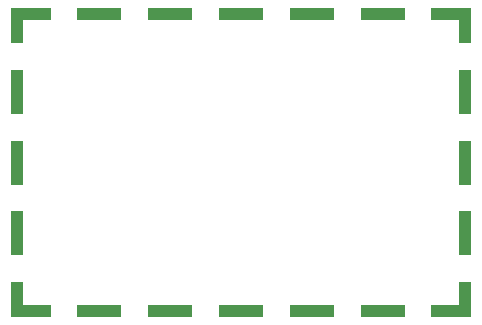
<source format=gtp>
G04 #@! TF.GenerationSoftware,KiCad,Pcbnew,(5.1.9)-1*
G04 #@! TF.CreationDate,2021-06-09T22:02:47-07:00*
G04 #@! TF.ProjectId,AlkalinityTitrator,416c6b61-6c69-46e6-9974-795469747261,rev?*
G04 #@! TF.SameCoordinates,Original*
G04 #@! TF.FileFunction,Paste,Top*
G04 #@! TF.FilePolarity,Positive*
%FSLAX46Y46*%
G04 Gerber Fmt 4.6, Leading zero omitted, Abs format (unit mm)*
G04 Created by KiCad (PCBNEW (5.1.9)-1) date 2021-06-09 22:02:47*
%MOMM*%
%LPD*%
G01*
G04 APERTURE LIST*
%ADD10R,1.000000X2.000000*%
%ADD11R,1.000000X3.800000*%
%ADD12R,2.350000X1.000000*%
%ADD13R,3.800000X1.000000*%
%ADD14R,2.340000X1.000000*%
%ADD15R,1.000000X1.000000*%
G04 APERTURE END LIST*
D10*
X137692000Y-45655000D03*
X175592000Y-45655000D03*
D11*
X137692000Y-50755000D03*
X175592000Y-50755000D03*
X137692000Y-56755000D03*
X175592000Y-56755000D03*
X137692000Y-62755000D03*
X175592000Y-62755000D03*
D10*
X137692000Y-67855000D03*
X175592000Y-67855000D03*
D12*
X139367000Y-44155000D03*
X139367000Y-69355000D03*
D13*
X144642000Y-44155000D03*
X144642000Y-69355000D03*
X150642000Y-44155000D03*
X150642000Y-69355000D03*
X156642000Y-44155000D03*
X156642000Y-69355000D03*
X162642000Y-44155000D03*
X162642000Y-69355000D03*
X168642000Y-44155000D03*
X168642000Y-69355000D03*
D14*
X173922000Y-44155000D03*
X173922000Y-69355000D03*
D15*
X175592000Y-44155000D03*
X137692000Y-44155000D03*
X137692000Y-69355000D03*
X175592000Y-69355000D03*
M02*

</source>
